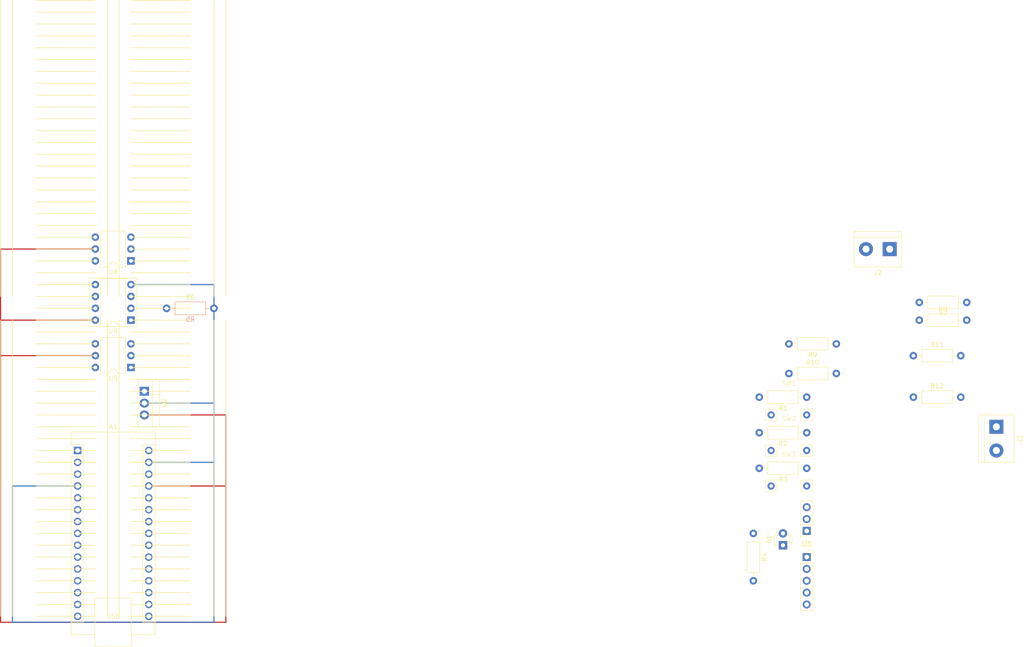
<source format=kicad_pcb>
(kicad_pcb (version 20221018) (generator pcbnew)
  (layers (0 "F.Cu" mixed) (31 "B.Cu" mixed) (35 "F.Paste" user) (37 "F.SilkS" user "F.Silkscreen") (39 "F.Mask" user) (44 "Edge.Cuts" user))
  (net 0 "")
  (net 1 "+5V")
  (net 2 "/MODE")
  (net 3 "/INC")
  (net 4 "/DEC")
  (net 5 "Net-(R9-Pad1)")
  (net 6 "/COUNT")
  (net 7 "Net-(R10-Pad1)")
  (net 9 "/RESET")
  (net 11 "GND")
  (net 12 "/MODE_LED")
  (net 13 "Net-(D1-A)")
  (net 14 "/RELAY")
  (net 18 "Net-(A1-D9)")
  (net 19 "Net-(A1-D10)")
  (net 20 "Net-(A1-D11)")
  (net 35 "Net-(J1-Pin_1)")
  (net 36 "/RESET_IN")
  (net 37 "/COUNT_IN")
  (net 38 "Net-(U4A--)")
  (net 39 "Net-(U4B--)")
  (net 40 "Net-(U4-Pad1)")
  (net 41 "Net-(U4-Pad7)")
  (footprint "Resistor_THT:R_Axial_DIN0207_L6.3mm_D2.5mm_P10.16mm_Horizontal" (layer "F.Cu") (at 195.58 125.73 180)
    (fp_text reference "R3" (at 5.08 -2.37) (layer "F.SilkS"))
    (fp_text value "1K")
    (fp_line (start 1.04 0) (end 1.81 0) (stroke (width 0.12)) (layer "F.SilkS"))
    (fp_line (start 1.81 -1.37) (end 1.81 1.37) (stroke (width 0.12)) (layer "F.SilkS"))
    (fp_line (start 1.81 1.37) (end 8.35 1.37) (stroke (width 0.12)) (layer "F.SilkS"))
    (fp_line (start 8.35 -1.37) (end 1.81 -1.37) (stroke (width 0.12)) (layer "F.SilkS"))
    (fp_line (start 8.35 1.37) (end 8.35 -1.37) (stroke (width 0.12)) (layer "F.SilkS"))
    (fp_line (start 9.12 0) (end 8.35 0) (stroke (width 0.12)) (layer "F.SilkS"))
    (pad "1" thru_hole circle (at 0 0 180) (size 1.6 1.6) (drill 0.8) (layers "*.Cu" "*.Mask") (net 4 "/DEC"))
    (pad "2" thru_hole oval (at 10.16 0 180) (size 1.6 1.6) (drill 0.8) (layers "*.Cu" "*.Mask") (net 11 "GND"))
  )
  (footprint "Package_DIP:DIP-8_W7.62mm_Socket" (layer "F.Cu") (at 50.79 93.97 180)
    (fp_text reference "U4" (at 3.81 -2.33) (layer "F.SilkS"))
    (fp_text value "LM358")
    (fp_line (start -1.33 -1.39) (end -1.33 9.01) (stroke (width 0.12)) (layer "F.SilkS"))
    (fp_line (start -1.33 9.01) (end 8.95 9.01) (stroke (width 0.12)) (layer "F.SilkS"))
    (fp_line (start 1.16 -1.33) (end 1.16 8.95) (stroke (width 0.12)) (layer "F.SilkS"))
    (fp_line (start 1.16 8.95) (end 6.46 8.95) (stroke (width 0.12)) (layer "F.SilkS"))
    (fp_line (start 2.81 -1.33) (end 1.16 -1.33) (stroke (width 0.12)) (layer "F.SilkS"))
    (fp_line (start 6.46 -1.33) (end 4.81 -1.33) (stroke (width 0.12)) (layer "F.SilkS"))
    (fp_line (start 6.46 8.95) (end 6.46 -1.33) (stroke (width 0.12)) (layer "F.SilkS"))
    (fp_line (start 8.95 -1.39) (end -1.33 -1.39) (stroke (width 0.12)) (layer "F.SilkS"))
    (fp_line (start 8.95 9.01) (end 8.95 -1.39) (stroke (width 0.12)) (layer "F.SilkS"))
    (fp_arc (start 4.81 -1.33) (mid 3.81 -0.33) (end 2.81 -1.33) (stroke (width 0.12)) (layer "F.SilkS"))
    (pad "1" thru_hole rect (at 0 0 180) (size 1.6 1.6) (drill 0.8) (layers "*.Cu" "*.Mask") (net 40 "Net-(U4-Pad1)"))
    (pad "2" thru_hole oval (at 0 2.54 180) (size 1.6 1.6) (drill 0.8) (layers "*.Cu" "*.Mask") (net 38 "Net-(U4A--)"))
    (pad "3" thru_hole oval (at 0 5.08 180) (size 1.6 1.6) (drill 0.8) (layers "*.Cu" "*.Mask") (net 37 "/COUNT_IN"))
    (pad "4" thru_hole oval (at 0 7.62 180) (size 1.6 1.6) (drill 0.8) (layers "*.Cu" "*.Mask") (net 11 "GND"))
    (pad "5" thru_hole oval (at 7.62 7.62 180) (size 1.6 1.6) (drill 0.8) (layers "*.Cu" "*.Mask") (net 36 "/RESET_IN"))
    (pad "6" thru_hole oval (at 7.62 5.08 180) (size 1.6 1.6) (drill 0.8) (layers "*.Cu" "*.Mask") (net 39 "Net-(U4B--)"))
    (pad "7" thru_hole oval (at 7.62 2.54 180) (size 1.6 1.6) (drill 0.8) (layers "*.Cu" "*.Mask") (net 41 "Net-(U4-Pad7)"))
    (pad "8" thru_hole oval (at 7.62 0 180) (size 1.6 1.6) (drill 0.8) (layers "*.Cu" "*.Mask") (net 1 "+5V"))
  )
  (footprint "Package_DIP:DIP-6_W7.62mm" (layer "F.Cu") (at 50.79 104.125 180)
    (fp_text reference "U5" (at 3.81 -2.33) (layer "F.SilkS"))
    (fp_text value "4N35")
    (fp_line (start 1.16 -1.33) (end 1.16 6.41) (stroke (width 0.12)) (layer "F.SilkS"))
    (fp_line (start 1.16 6.41) (end 6.46 6.41) (stroke (width 0.12)) (layer "F.SilkS"))
    (fp_line (start 2.81 -1.33) (end 1.16 -1.33) (stroke (width 0.12)) (layer "F.SilkS"))
    (fp_line (start 6.46 -1.33) (end 4.81 -1.33) (stroke (width 0.12)) (layer "F.SilkS"))
    (fp_line (start 6.46 6.41) (end 6.46 -1.33) (stroke (width 0.12)) (layer "F.SilkS"))
    (fp_arc (start 4.81 -1.33) (mid 3.81 -0.33) (end 2.81 -1.33) (stroke (width 0.12)) (layer "F.SilkS"))
    (pad "1" thru_hole rect (at 0 0 180) (size 1.6 1.6) (drill 0.8) (layers "*.Cu" "*.Mask") (net 40 "Net-(U4-Pad1)"))
    (pad "2" thru_hole oval (at 0 2.54 180) (size 1.6 1.6) (drill 0.8) (layers "*.Cu" "*.Mask") (net 5 "Net-(R9-Pad1)"))
    (pad "3" thru_hole oval (at 0 5.08 180) (size 1.6 1.6) (drill 0.8) (layers "*.Cu" "*.Mask"))
    (pad "4" thru_hole oval (at 7.62 5.08 180) (size 1.6 1.6) (drill 0.8) (layers "*.Cu" "*.Mask") (net 6 "/COUNT"))
    (pad "5" thru_hole oval (at 7.62 2.54 180) (size 1.6 1.6) (drill 0.8) (layers "*.Cu" "*.Mask") (net 1 "+5V"))
    (pad "6" thru_hole oval (at 7.62 0 180) (size 1.6 1.6) (drill 0.8) (layers "*.Cu" "*.Mask"))
  )
  (footprint "Module:Arduino_Nano" (layer "F.Cu") (at 39.37 121.92)
    (fp_text reference "A1" (at 7.62 -5.08) (layer "F.SilkS"))
    (fp_text value "Arduino_Nano_v3.x")
    (fp_text user "USB" (at 7.62 35.56 unlocked) (layer "F.SilkS"))
    (fp_line (start -1.4 -3.94) (end -1.4 -1.27) (stroke (width 0.12)) (layer "F.SilkS"))
    (fp_line (start -1.4 1.27) (end -1.4 39.5) (stroke (width 0.12)) (layer "F.SilkS"))
    (fp_line (start -1.4 39.5) (end 3.68 39.5) (stroke (width 0.12)) (layer "F.SilkS"))
    (fp_line (start 1.27 -1.27) (end -1.4 -1.27) (stroke (width 0.12)) (layer "F.SilkS"))
    (fp_line (start 1.27 1.27) (end -1.4 1.27) (stroke (width 0.12)) (layer "F.SilkS"))
    (fp_line (start 1.27 1.27) (end 1.27 -1.27) (stroke (width 0.12)) (layer "F.SilkS"))
    (fp_line (start 1.27 1.27) (end 1.27 36.83) (stroke (width 0.12)) (layer "F.SilkS"))
    (fp_line (start 1.27 36.83) (end -1.4 36.83) (stroke (width 0.12)) (layer "F.SilkS"))
    (fp_line (start 3.68 31.62) (end 11.56 31.62) (stroke (width 0.12)) (layer "F.SilkS"))
    (fp_line (start 3.68 42.04) (end 3.68 31.62) (stroke (width 0.12)) (layer "F.SilkS"))
    (fp_line (start 11.56 31.62) (end 11.56 42.04) (stroke (width 0.12)) (layer "F.SilkS"))
    (fp_line (start 11.56 42.04) (end 3.68 42.04) (stroke (width 0.12)) (layer "F.SilkS"))
    (fp_line (start 13.97 -1.27) (end 13.97 36.83) (stroke (width 0.12)) (layer "F.SilkS"))
    (fp_line (start 13.97 -1.27) (end 16.64 -1.27) (stroke (width 0.12)) (layer "F.SilkS"))
    (fp_line (start 13.97 36.83) (end 16.64 36.83) (stroke (width 0.12)) (layer "F.SilkS"))
    (fp_line (start 16.64 -3.94) (end -1.4 -3.94) (stroke (width 0.12)) (layer "F.SilkS"))
    (fp_line (start 16.64 39.5) (end 11.56 39.5) (stroke (width 0.12)) (layer "F.SilkS"))
    (fp_line (start 16.64 39.5) (end 16.64 -3.94) (stroke (width 0.12)) (layer "F.SilkS"))
    (pad "1" thru_hole rect (at 0 0) (size 1.6 1.6) (drill 1) (layers "*.Cu" "*.Mask"))
    (pad "2" thru_hole oval (at 0 2.54) (size 1.6 1.6) (drill 1) (layers "*.Cu" "*.Mask"))
    (pad "3" thru_hole oval (at 0 5.08) (size 1.6 1.6) (drill 1) (layers "*.Cu" "*.Mask"))
    (pad "4" thru_hole oval (at 0 7.62) (size 1.6 1.6) (drill 1) (layers "*.Cu" "*.Mask") (net 11 "GND"))
    (pad "5" thru_hole oval (at 0 10.16) (size 1.6 1.6) (drill 1) (layers "*.Cu" "*.Mask") (net 6 "/COUNT"))
    (pad "6" thru_hole oval (at 0 12.7) (size 1.6 1.6) (drill 1) (layers "*.Cu" "*.Mask") (net 9 "/RESET"))
    (pad "7" thru_hole oval (at 0 15.24) (size 1.6 1.6) (drill 1) (layers "*.Cu" "*.Mask") (net 2 "/MODE"))
    (pad "8" thru_hole oval (at 0 17.78) (size 1.6 1.6) (drill 1) (layers "*.Cu" "*.Mask") (net 3 "/INC"))
    (pad "9" thru_hole oval (at 0 20.32) (size 1.6 1.6) (drill 1) (layers "*.Cu" "*.Mask") (net 4 "/DEC"))
    (pad "10" thru_hole oval (at 0 22.86) (size 1.6 1.6) (drill 1) (layers "*.Cu" "*.Mask") (net 14 "/RELAY"))
    (pad "11" thru_hole oval (at 0 25.4) (size 1.6 1.6) (drill 1) (layers "*.Cu" "*.Mask") (net 12 "/MODE_LED"))
    (pad "12" thru_hole oval (at 0 27.94) (size 1.6 1.6) (drill 1) (layers "*.Cu" "*.Mask") (net 18 "Net-(A1-D9)"))
    (pad "13" thru_hole oval (at 0 30.48) (size 1.6 1.6) (drill 1) (layers "*.Cu" "*.Mask") (net 19 "Net-(A1-D10)"))
    (pad "14" thru_hole oval (at 0 33.02) (size 1.6 1.6) (drill 1) (layers "*.Cu" "*.Mask") (net 20 "Net-(A1-D11)"))
    (pad "15" thru_hole oval (at 0 35.56) (size 1.6 1.6) (drill 1) (layers "*.Cu" "*.Mask"))
    (pad "16" thru_hole oval (at 15.24 35.56) (size 1.6 1.6) (drill 1) (layers "*.Cu" "*.Mask"))
    (pad "17" thru_hole oval (at 15.24 33.02) (size 1.6 1.6) (drill 1) (layers "*.Cu" "*.Mask"))
    (pad "18" thru_hole oval (at 15.24 30.48) (size 1.6 1.6) (drill 1) (layers "*.Cu" "*.Mask"))
    (pad "19" thru_hole oval (at 15.24 27.94) (size 1.6 1.6) (drill 1) (layers "*.Cu" "*.Mask"))
    (pad "20" thru_hole oval (at 15.24 25.4) (size 1.6 1.6) (drill 1) (layers "*.Cu" "*.Mask"))
    (pad "21" thru_hole oval (at 15.24 22.86) (size 1.6 1.6) (drill 1) (layers "*.Cu" "*.Mask"))
    (pad "22" thru_hole oval (at 15.24 20.32) (size 1.6 1.6) (drill 1) (layers "*.Cu" "*.Mask"))
    (pad "23" thru_hole oval (at 15.24 17.78) (size 1.6 1.6) (drill 1) (layers "*.Cu" "*.Mask"))
    (pad "24" thru_hole oval (at 15.24 15.24) (size 1.6 1.6) (drill 1) (layers "*.Cu" "*.Mask"))
    (pad "25" thru_hole oval (at 15.24 12.7) (size 1.6 1.6) (drill 1) (layers "*.Cu" "*.Mask"))
    (pad "26" thru_hole oval (at 15.24 10.16) (size 1.6 1.6) (drill 1) (layers "*.Cu" "*.Mask"))
    (pad "27" thru_hole oval (at 15.24 7.62) (size 1.6 1.6) (drill 1) (layers "*.Cu" "*.Mask") (net 1 "+5V"))
    (pad "28" thru_hole oval (at 15.24 5.08) (size 1.6 1.6) (drill 1) (layers "*.Cu" "*.Mask"))
    (pad "29" thru_hole oval (at 15.24 2.54) (size 1.6 1.6) (drill 1) (layers "*.Cu" "*.Mask") (net 11 "GND"))
    (pad "30" thru_hole oval (at 15.24 0) (size 1.6 1.6) (drill 1) (layers "*.Cu" "*.Mask"))
  )
  (footprint "TerminalBlock:TerminalBlock_bornier-2_P5.08mm" (layer "F.Cu") (at 236.22 116.84 -90)
    (fp_text reference "J1" (at 2.54 -5.08 90) (layer "F.SilkS"))
    (fp_text value "Screw_Terminal_01x02")
    (fp_line (start -2.54 -3.81) (end -2.54 3.81) (stroke (width 0.12)) (layer "F.SilkS"))
    (fp_line (start -2.54 3.81) (end 7.62 3.81) (stroke (width 0.12)) (layer "F.SilkS"))
    (fp_line (start 7.62 -3.81) (end -2.54 -3.81) (stroke (width 0.12)) (layer "F.SilkS"))
    (fp_line (start 7.62 2.54) (end -2.54 2.54) (stroke (width 0.12)) (layer "F.SilkS"))
    (fp_line (start 7.62 3.81) (end 7.62 -3.81) (stroke (width 0.12)) (layer "F.SilkS"))
    (pad "1" thru_hole rect (at 0 0 270) (size 3 3) (drill 1.52) (layers "*.Cu" "*.Mask") (net 35 "Net-(J1-Pin_1)"))
    (pad "2" thru_hole circle (at 5.08 0 270) (size 3 3) (drill 1.52) (layers "*.Cu" "*.Mask") (net 11 "GND"))
  )
  (footprint "Custom:SW Header" (layer "F.Cu") (at 191.77 121.92)
    (fp_text reference "SW2" (at 0 -6.81 unlocked) (layer "F.SilkS") (effects (font (thickness 0.1))))
    (fp_text value "INC")
    (fp_rect (start -5.08 -1.27) (end -2.54 1.27) (stroke (width 0.1)) (fill none) (layer "F.SilkS"))
    (fp_rect (start 2.54 -1.27) (end 5.08 1.27) (stroke (width 0.1)) (fill none) (layer "F.SilkS"))
    (pad "1" thru_hole circle (at -3.81 0) (size 1.524 1.524) (drill 0.762) (layers "*.Cu" "*.Mask") (net 1 "+5V"))
    (pad "2" thru_hole circle (at 3.81 0) (size 1.524 1.524) (drill 0.762) (layers "*.Cu" "*.Mask") (net 3 "/INC"))
  )
  (footprint "Resistor_THT:R_Axial_DIN0207_L6.3mm_D2.5mm_P10.16mm_Horizontal" (layer "F.Cu") (at 184.15 139.7 -90)
    (fp_text reference "R4" (at 5.08 -2.37 90) (layer "F.SilkS"))
    (fp_text value "220")
    (fp_line (start 1.04 0) (end 1.81 0) (stroke (width 0.12)) (layer "F.SilkS"))
    (fp_line (start 1.81 -1.37) (end 1.81 1.37) (stroke (width 0.12)) (layer "F.SilkS"))
    (fp_line (start 1.81 1.37) (end 8.35 1.37) (stroke (width 0.12)) (layer "F.SilkS"))
    (fp_line (start 8.35 -1.37) (end 1.81 -1.37) (stroke (width 0.12)) (layer "F.SilkS"))
    (fp_line (start 8.35 1.37) (end 8.35 -1.37) (stroke (width 0.12)) (layer "F.SilkS"))
    (fp_line (start 9.12 0) (end 8.35 0) (stroke (width 0.12)) (layer "F.SilkS"))
    (pad "1" thru_hole circle (at 0 0 270) (size 1.6 1.6) (drill 0.8) (layers "*.Cu" "*.Mask") (net 13 "Net-(D1-A)"))
    (pad "2" thru_hole oval (at 10.16 0 270) (size 1.6 1.6) (drill 0.8) (layers "*.Cu" "*.Mask") (net 11 "GND"))
  )
  (footprint "Resistor_THT:R_Axial_DIN0207_L6.3mm_D2.5mm_P10.16mm_Horizontal" (layer "F.Cu") (at 58.42 91.44)
    (fp_text reference "R6" (at 5.08 -2.37) (layer "F.SilkS"))
    (fp_text value "100")
    (fp_line (start 1.04 0) (end 1.81 0) (stroke (width 0.12)) (layer "F.SilkS"))
    (fp_line (start 1.81 -1.37) (end 1.81 1.37) (stroke (width 0.12)) (layer "F.SilkS"))
    (fp_line (start 1.81 1.37) (end 8.35 1.37) (stroke (width 0.12)) (layer "F.SilkS"))
    (fp_line (start 8.35 -1.37) (end 1.81 -1.37) (stroke (width 0.12)) (layer "F.SilkS"))
    (fp_line (start 8.35 1.37) (end 8.35 -1.37) (stroke (width 0.12)) (layer "F.SilkS"))
    (fp_line (start 9.12 0) (end 8.35 0) (stroke (width 0.12)) (layer "F.SilkS"))
    (pad "1" thru_hole circle (at 0 0) (size 1.6 1.6) (drill 0.8) (layers "*.Cu" "*.Mask") (net 38 "Net-(U4A--)"))
    (pad "2" thru_hole oval (at 10.16 0) (size 1.6 1.6) (drill 0.8) (layers "*.Cu" "*.Mask") (net 11 "GND"))
  )
  (footprint "Resistor_THT:R_Axial_DIN0207_L6.3mm_D2.5mm_P10.16mm_Horizontal" (layer "F.Cu") (at 219.71 93.98)
    (fp_text reference "R8" (at 5.08 -2.37) (layer "F.SilkS"))
    (fp_text value "100")
    (fp_line (start 1.04 0) (end 1.81 0) (stroke (width 0.12)) (layer "F.SilkS"))
    (fp_line (start 1.81 -1.37) (end 1.81 1.37) (stroke (width 0.12)) (layer "F.SilkS"))
    (fp_line (start 1.81 1.37) (end 8.35 1.37) (stroke (width 0.12)) (layer "F.SilkS"))
    (fp_line (start 8.35 -1.37) (end 1.81 -1.37) (stroke (width 0.12)) (layer "F.SilkS"))
    (fp_line (start 8.35 1.37) (end 8.35 -1.37) (stroke (width 0.12)) (layer "F.SilkS"))
    (fp_line (start 9.12 0) (end 8.35 0) (stroke (width 0.12)) (layer "F.SilkS"))
    (pad "1" thru_hole circle (at 0 0) (size 1.6 1.6) (drill 0.8) (layers "*.Cu" "*.Mask") (net 39 "Net-(U4B--)"))
    (pad "2" thru_hole oval (at 10.16 0) (size 1.6 1.6) (drill 0.8) (layers "*.Cu" "*.Mask") (net 11 "GND"))
  )
  (footprint "LED_THT:LED_D3.0mm" (layer "F.Cu") (at 190.5 142.24 90)
    (fp_text reference "D1" (at 1.27 -2.96 90) (layer "F.SilkS"))
    (fp_text value "LED")
    (fp_line (start -0.29 -1.236) (end -0.29 -1.08) (stroke (width 0.12)) (layer "F.SilkS"))
    (fp_line (start -0.29 1.08) (end -0.29 1.236) (stroke (width 0.12)) (layer "F.SilkS"))
    (fp_arc (start -0.29 -1.235516) (mid 1.366487 -1.987659) (end 2.942335 -1.078608) (stroke (width 0.12)) (layer "F.SilkS"))
    (fp_arc (start 0.229039 -1.08) (mid 1.270117 -1.5) (end 2.31113 -1.079837) (stroke (width 0.12)) (layer "F.SilkS"))
    (fp_arc (start 2.31113 1.079837) (mid 1.270117 1.5) (end 0.229039 1.08) (stroke (width 0.12)) (layer "F.SilkS"))
    (fp_arc (start 2.942335 1.078608) (mid 1.366487 1.987659) (end -0.29 1.235516) (stroke (width 0.12)) (layer "F.SilkS"))
    (pad "1" thru_hole rect (at 0 0 90) (size 1.8 1.8) (drill 0.9) (layers "*.Cu" "*.Mask") (net 12 "/MODE_LED"))
    (pad "2" thru_hole circle (at 2.54 0 90) (size 1.8 1.8) (drill 0.9) (layers "*.Cu" "*.Mask") (net 13 "Net-(D1-A)"))
  )
  (footprint "Resistor_THT:R_Axial_DIN0207_L6.3mm_D2.5mm_P10.16mm_Horizontal" (layer "F.Cu") (at 201.93 99.06 180)
    (fp_text reference "R9" (at 5.08 -2.37) (layer "F.SilkS"))
    (fp_text value "220")
    (fp_line (start 1.04 0) (end 1.81 0) (stroke (width 0.12)) (layer "F.SilkS"))
    (fp_line (start 1.81 -1.37) (end 1.81 1.37) (stroke (width 0.12)) (layer "F.SilkS"))
    (fp_line (start 1.81 1.37) (end 8.35 1.37) (stroke (width 0.12)) (layer "F.SilkS"))
    (fp_line (start 8.35 -1.37) (end 1.81 -1.37) (stroke (width 0.12)) (layer "F.SilkS"))
    (fp_line (start 8.35 1.37) (end 8.35 -1.37) (stroke (width 0.12)) (layer "F.SilkS"))
    (fp_line (start 9.12 0) (end 8.35 0) (stroke (width 0.12)) (layer "F.SilkS"))
    (pad "1" thru_hole circle (at 0 0 180) (size 1.6 1.6) (drill 0.8) (layers "*.Cu" "*.Mask") (net 5 "Net-(R9-Pad1)"))
    (pad "2" thru_hole oval (at 10.16 0 180) (size 1.6 1.6) (drill 0.8) (layers "*.Cu" "*.Mask") (net 11 "GND"))
  )
  (footprint "Resistor_THT:R_Axial_DIN0207_L6.3mm_D2.5mm_P10.16mm_Horizontal" (layer "F.Cu") (at 195.58 110.49 180)
    (fp_text reference "R1" (at 5.08 -2.37) (layer "F.SilkS"))
    (fp_text value "1K")
    (fp_line (start 1.04 0) (end 1.81 0) (stroke (width 0.12)) (layer "F.SilkS"))
    (fp_line (start 1.81 -1.37) (end 1.81 1.37) (stroke (width 0.12)) (layer "F.SilkS"))
    (fp_line (start 1.81 1.37) (end 8.35 1.37) (stroke (width 0.12)) (layer "F.SilkS"))
    (fp_line (start 8.35 -1.37) (end 1.81 -1.37) (stroke (width 0.12)) (layer "F.SilkS"))
    (fp_line (start 8.35 1.37) (end 8.35 -1.37) (stroke (width 0.12)) (layer "F.SilkS"))
    (fp_line (start 9.12 0) (end 8.35 0) (stroke (width 0.12)) (layer "F.SilkS"))
    (pad "1" thru_hole circle (at 0 0 180) (size 1.6 1.6) (drill 0.8) (layers "*.Cu" "*.Mask") (net 2 "/MODE"))
    (pad "2" thru_hole oval (at 10.16 0 180) (size 1.6 1.6) (drill 0.8) (layers "*.Cu" "*.Mask") (net 11 "GND"))
  )
  (footprint "Resistor_THT:R_Axial_DIN0207_L6.3mm_D2.5mm_P10.16mm_Horizontal" (layer "F.Cu") (at 218.44 110.49)
    (fp_text reference "R12" (at 5.08 -2.37) (layer "F.SilkS"))
    (fp_text value "10k")
    (fp_line (start 1.04 0) (end 1.81 0) (stroke (width 0.12)) (layer "F.SilkS"))
    (fp_line (start 1.81 -1.37) (end 1.81 1.37) (stroke (width 0.12)) (layer "F.SilkS"))
    (fp_line (start 1.81 1.37) (end 8.35 1.37) (stroke (width 0.12)) (layer "F.SilkS"))
    (fp_line (start 8.35 -1.37) (end 1.81 -1.37) (stroke (width 0.12)) (layer "F.SilkS"))
    (fp_line (start 8.35 1.37) (end 8.35 -1.37) (stroke (width 0.12)) (layer "F.SilkS"))
    (fp_line (start 9.12 0) (end 8.35 0) (stroke (width 0.12)) (layer "F.SilkS"))
    (pad "1" thru_hole circle (at 0 0) (size 1.6 1.6) (drill 0.8) (layers "*.Cu" "*.Mask") (net 9 "/RESET"))
    (pad "2" thru_hole oval (at 10.16 0) (size 1.6 1.6) (drill 0.8) (layers "*.Cu" "*.Mask") (net 11 "GND"))
  )
  (footprint "Package_DIP:DIP-6_W7.62mm" (layer "F.Cu") (at 50.79 81.265 180)
    (fp_text reference "U6" (at 3.81 -2.33) (layer "F.SilkS"))
    (fp_text value "4N35")
    (fp_line (start 1.16 -1.33) (end 1.16 6.41) (stroke (width 0.12)) (layer "F.SilkS"))
    (fp_line (start 1.16 6.41) (end 6.46 6.41) (stroke (width 0.12)) (layer "F.SilkS"))
    (fp_line (start 2.81 -1.33) (end 1.16 -1.33) (stroke (width 0.12)) (layer "F.SilkS"))
    (fp_line (start 6.46 -1.33) (end 4.81 -1.33) (stroke (width 0.12)) (layer "F.SilkS"))
    (fp_line (start 6.46 6.41) (end 6.46 -1.33) (stroke (width 0.12)) (layer "F.SilkS"))
    (fp_arc (start 4.81 -1.33) (mid 3.81 -0.33) (end 2.81 -1.33) (stroke (width 0.12)) (layer "F.SilkS"))
    (pad "1" thru_hole rect (at 0 0 180) (size 1.6 1.6) (drill 0.8) (layers "*.Cu" "*.Mask") (net 41 "Net-(U4-Pad7)"))
    (pad "2" thru_hole oval (at 0 2.54 180) (size 1.6 1.6) (drill 0.8) (layers "*.Cu" "*.Mask") (net 7 "Net-(R10-Pad1)"))
    (pad "3" thru_hole oval (at 0 5.08 180) (size 1.6 1.6) (drill 0.8) (layers "*.Cu" "*.Mask"))
    (pad "4" thru_hole oval (at 7.62 5.08 180) (size 1.6 1.6) (drill 0.8) (layers "*.Cu" "*.Mask") (net 9 "/RESET"))
    (pad "5" thru_hole oval (at 7.62 2.54 180) (size 1.6 1.6) (drill 0.8) (layers "*.Cu" "*.Mask") (net 1 "+5V"))
    (pad "6" thru_hole oval (at 7.62 0 180) (size 1.6 1.6) (drill 0.8) (layers "*.Cu" "*.Mask"))
  )
  (footprint "Resistor_THT:R_Axial_DIN0207_L6.3mm_D2.5mm_P10.16mm_Horizontal" (layer "F.Cu") (at 191.77 105.41)
    (fp_text reference "R10" (at 5.08 -2.37) (layer "F.SilkS"))
    (fp_text value "220")
    (fp_line (start 1.04 0) (end 1.81 0) (stroke (width 0.12)) (layer "F.SilkS"))
    (fp_line (start 1.81 -1.37) (end 1.81 1.37) (stroke (width 0.12)) (layer "F.SilkS"))
    (fp_line (start 1.81 1.37) (end 8.35 1.37) (stroke (width 0.12)) (layer "F.SilkS"))
    (fp_line (start 8.35 -1.37) (end 1.81 -1.37) (stroke (width 0.12)) (layer "F.SilkS"))
    (fp_line (start 8.35 1.37) (end 8.35 -1.37) (stroke (width 0.12)) (layer "F.SilkS"))
    (fp_line (start 9.12 0) (end 8.35 0) (stroke (width 0.12)) (layer "F.SilkS"))
    (pad "1" thru_hole circle (at 0 0) (size 1.6 1.6) (drill 0.8) (layers "*.Cu" "*.Mask") (net 7 "Net-(R10-Pad1)"))
    (pad "2" thru_hole oval (at 10.16 0) (size 1.6 1.6) (drill 0.8) (layers "*.Cu" "*.Mask") (net 11 "GND"))
  )
  (footprint "TerminalBlock:TerminalBlock_bornier-2_P5.08mm" (layer "F.Cu") (at 213.36 78.74 180)
    (fp_text reference "J2" (at 2.54 -5.08) (layer "F.SilkS"))
    (fp_text value "Screw_Terminal_01x02")
    (fp_line (start -2.54 -3.81) (end -2.54 3.81) (stroke (width 0.12)) (layer "F.SilkS"))
    (fp_line (start -2.54 3.81) (end 7.62 3.81) (stroke (width 0.12)) (layer "F.SilkS"))
    (fp_line (start 7.62 -3.81) (end -2.54 -3.81) (stroke (width 0.12)) (layer "F.SilkS"))
    (fp_line (start 7.62 2.54) (end -2.54 2.54) (stroke (width 0.12)) (layer "F.SilkS"))
    (fp_line (start 7.62 3.81) (end 7.62 -3.81) (stroke (width 0.12)) (layer "F.SilkS"))
    (pad "1" thru_hole rect (at 0 0 180) (size 3 3) (drill 1.52) (layers "*.Cu" "*.Mask") (net 36 "/RESET_IN"))
    (pad "2" thru_hole circle (at 5.08 0 180) (size 3 3) (drill 1.52) (layers "*.Cu" "*.Mask") (net 37 "/COUNT_IN"))
  )
  (footprint "Package_TO_SOT_THT:TO-220-3_Vertical" (layer "F.Cu") (at 53.665 109.22 -90)
    (fp_text reference "U2" (at 2.54 -4.27 90) (layer "F.SilkS"))
    (fp_text value "L7805")
    (fp_line (start -2.58 -3.27) (end -2.58 1.371) (stroke (width 0.12)) (layer "F.SilkS"))
    (fp_line (start -2.58 -3.27) (end 7.66 -3.27) (stroke (width 0.12)) (layer "F.SilkS"))
    (fp_line (start -2.58 -1.76) (end 7.66 -1.76) (stroke (width 0.12)) (layer "F.SilkS"))
    (fp_line (start -2.58 1.371) (end 7.66 1.371) (stroke (width 0.12)) (layer "F.SilkS"))
    (fp_line (start 0.69 -3.27) (end 0.69 -1.76) (stroke (width 0.12)) (layer "F.SilkS"))
    (fp_line (start 4.391 -3.27) (end 4.391 -1.76) (stroke (width 0.12)) (layer "F.SilkS"))
    (fp_line (start 7.66 -3.27) (end 7.66 1.371) (stroke (width 0.12)) (layer "F.SilkS"))
    (pad "1" thru_hole rect (at 0 0 270) (size 1.905 2) (drill 1.1) (layers "*.Cu" "*.Mask") (net 35 "Net-(J1-Pin_1)"))
    (pad "2" thru_hole oval (at 2.54 0 270) (size 1.905 2) (drill 1.1) (layers "*.Cu" "*.Mask") (net 11 "GND"))
    (pad "3" thru_hole oval (at 5.08 0 270) (size 1.905 2) (drill 1.1) (layers "*.Cu" "*.Mask") (net 1 "+5V"))
  )
  (footprint "Resistor_THT:R_Axial_DIN0207_L6.3mm_D2.5mm_P10.16mm_Horizontal" (layer "F.Cu") (at 218.44 101.6)
    (fp_text reference "R11" (at 5.08 -2.37) (layer "F.SilkS"))
    (fp_text value "10k")
    (fp_line (start 1.04 0) (end 1.81 0) (stroke (width 0.12)) (layer "F.SilkS"))
    (fp_line (start 1.81 -1.37) (end 1.81 1.37) (stroke (width 0.12)) (layer "F.SilkS"))
    (fp_line (start 1.81 1.37) (end 8.35 1.37) (stroke (width 0.12)) (layer "F.SilkS"))
    (fp_line (start 8.35 -1.37) (end 1.81 -1.37) (stroke (width 0.12)) (layer "F.SilkS"))
    (fp_line (start 8.35 1.37) (end 8.35 -1.37) (stroke (width 0.12)) (layer "F.SilkS"))
    (fp_line (start 9.12 0) (end 8.35 0) (stroke (width 0.12)) (layer "F.SilkS"))
    (pad "1" thru_hole circle (at 0 0) (size 1.6 1.6) (drill 0.8) (layers "*.Cu" "*.Mask") (net 6 "/COUNT"))
    (pad "2" thru_hole oval (at 10.16 0) (size 1.6 1.6) (drill 0.8) (layers "*.Cu" "*.Mask") (net 11 "GND"))
  )
  (footprint "Custom:SW Header" (layer "F.Cu") (at 191.77 129.54)
    (fp_text reference "SW3" (at 0 -6.81 unlocked) (layer "F.SilkS") (effects (font (thickness 0.1))))
    (fp_text value "DEC")
    (fp_rect (start -5.08 -1.27) (end -2.54 1.27) (stroke (width 0.1)) (fill none) (layer "F.SilkS"))
    (fp_rect (start 2.54 -1.27) (end 5.08 1.27) (stroke (width 0.1)) (fill none) (layer "F.SilkS"))
    (pad "1" thru_hole circle (at -3.81 0) (size 1.524 1.524) (drill 0.762) (layers "*.Cu" "*.Mask") (net 1 "+5V"))
    (pad "2" thru_hole circle (at 3.81 0) (size 1.524 1.524) (drill 0.762) (layers "*.Cu" "*.Mask") (net 4 "/DEC"))
  )
  (footprint "Resistor_THT:R_Axial_DIN0207_L6.3mm_D2.5mm_P10.16mm_Horizontal" (layer "F.Cu") (at 229.87 90.17 180)
    (fp_text reference "R7" (at 5.08 -2.37) (layer "F.SilkS"))
    (fp_text value "10k")
    (fp_line (start 1.04 0) (end 1.81 0) (stroke (width 0.12)) (layer "F.SilkS"))
    (fp_line (start 1.81 -1.37) (end 1.81 1.37) (stroke (width 0.12)) (layer "F.SilkS"))
    (fp_line (start 1.81 1.37) (end 8.35 1.37) (stroke (width 0.12)) (layer "F.SilkS"))
    (fp_line (start 8.35 -1.37) (end 1.81 -1.37) (stroke (width 0.12)) (layer "F.SilkS"))
    (fp_line (start 8.35 1.37) (end 8.35 -1.37) (stroke (width 0.12)) (layer "F.SilkS"))
    (fp_line (start 9.12 0) (end 8.35 0) (stroke (width 0.12)) (layer "F.SilkS"))
    (pad "1" thru_hole circle (at 0 0 180) (size 1.6 1.6) (drill 0.8) (layers "*.Cu" "*.Mask") (net 1 "+5V"))
    (pad "2" thru_hole oval (at 10.16 0 180) (size 1.6 1.6) (drill 0.8) (layers "*.Cu" "*.Mask") (net 39 "Net-(U4B--)"))
  )
  (footprint "Resistor_THT:R_Axial_DIN0207_L6.3mm_D2.5mm_P10.16mm_Horizontal" (layer "F.Cu") (at 195.58 118.11 180)
    (fp_text reference "R2" (at 5.08 -2.37) (layer "F.SilkS"))
    (fp_text value "1K")
    (fp_line (start 1.04 0) (end 1.81 0) (stroke (width 0.12)) (layer "F.SilkS"))
    (fp_line (start 1.81 -1.37) (end 1.81 1.37) (stroke (width 0.12)) (layer "F.SilkS"))
    (fp_line (start 1.81 1.37) (end 8.35 1.37) (stroke (width 0.12)) (layer "F.SilkS"))
    (fp_line (start 8.35 -1.37) (end 1.81 -1.37) (stroke (width 0.12)) (layer "F.SilkS"))
    (fp_line (start 8.35 1.37) (end 8.35 -1.37) (stroke (width 0.12)) (layer "F.SilkS"))
    (fp_line (start 9.12 0) (end 8.35 0) (stroke (width 0.12)) (layer "F.SilkS"))
    (pad "1" thru_hole circle (at 0 0 180) (size 1.6 1.6) (drill 0.8) (layers "*.Cu" "*.Mask") (net 3 "/INC"))
    (pad "2" thru_hole oval (at 10.16 0 180) (size 1.6 1.6) (drill 0.8) (layers "*.Cu" "*.Mask") (net 11 "GND"))
  )
  (footprint "Custom:SW Header" (layer "F.Cu") (at 191.77 114.3)
    (fp_text reference "SW1" (at 0 -6.81 unlocked) (layer "F.SilkS") (effects (font (thickness 0.1))))
    (fp_text value "MODE")
    (fp_rect (start -5.08 -1.27) (end -2.54 1.27) (stroke (width 0.1)) (fill none) (layer "F.SilkS"))
    (fp_rect (start 2.54 -1.27) (end 5.08 1.27) (stroke (width 0.1)) (fill none) (layer "F.SilkS"))
    (pad "1" thru_hole circle (at -3.81 0) (size 1.524 1.524) (drill 0.762) (layers "*.Cu" "*.Mask") (net 1 "+5V"))
    (pad "2" thru_hole circle (at 3.81 0) (size 1.524 1.524) (drill 0.762) (layers "*.Cu" "*.Mask") (net 2 "/MODE"))
  )
  (footprint "Connector_PinSocket_2.54mm:PinSocket_1x05_P2.54mm_Vertical" (layer "F.Cu") (at 195.58 144.78)
    (fp_text reference "U1" (at 0 -2.77) (layer "F.SilkS"))
    (fp_text value "~")
    (fp_line (start -1.33 1.27) (end -1.33 11.49) (stroke (width 0.12)) (layer "F.SilkS"))
    (fp_line (start -1.33 1.27) (end 1.33 1.27) (stroke (width 0.12)) (layer "F.SilkS"))
    (fp_line (start -1.33 11.49) (end 1.33 11.49) (stroke (width 0.12)) (layer "F.SilkS"))
    (fp_line (start 0 -1.33) (end 1.33 -1.33) (stroke (width 0.12)) (layer "F.SilkS"))
    (fp_line (start 1.33 -1.33) (end 1.33 0) (stroke (width 0.12)) (layer "F.SilkS"))
    (fp_line (start 1.33 1.27) (end 1.33 11.49) (stroke (width 0.12)) (layer "F.SilkS"))
    (pad "1" thru_hole rect (at 0 0) (size 1.7 1.7) (drill 1) (layers "*.Cu" "*.Mask") (net 1 "+5V"))
    (pad "2" thru_hole oval (at 0 2.54) (size 1.7 1.7) (drill 1) (layers "*.Cu" "*.Mask") (net 11 "GND"))
    (pad "3" thru_hole oval (at 0 5.08) (size 1.7 1.7) (drill 1) (layers "*.Cu" "*.Mask") (net 18 "Net-(A1-D9)"))
    (pad "4" thru_hole oval (at 0 7.62) (size 1.7 1.7) (drill 1) (layers "*.Cu" "*.Mask") (net 19 "Net-(A1-D10)"))
    (pad "5" thru_hole oval (at 0 10.16) (size 1.7 1.7) (drill 1) (layers "*.Cu" "*.Mask") (net 20 "Net-(A1-D11)"))
  )
  (footprint "Connector_PinSocket_2.54mm:PinSocket_1x03_P2.54mm_Vertical" (layer "F.Cu") (at 195.58 139.165 180)
    (fp_text reference "U3" (at 0 -2.77) (layer "F.SilkS"))
    (fp_text value "~")
    (fp_line (start -1.33 1.27) (end -1.33 6.41) (stroke (width 0.12)) (layer "F.SilkS"))
    (fp_line (start -1.33 1.27) (end 1.33 1.27) (stroke (width 0.12)) (layer "F.SilkS"))
    (fp_line (start -1.33 6.41) (end 1.33 6.41) (stroke (width 0.12)) (layer "F.SilkS"))
    (fp_line (start 0 -1.33) (end 1.33 -1.33) (stroke (width 0.12)) (layer "F.SilkS"))
    (fp_line (start 1.33 -1.33) (end 1.33 0) (stroke (width 0.12)) (layer "F.SilkS"))
    (fp_line (start 1.33 1.27) (end 1.33 6.41) (stroke (width 0.12)) (layer "F.SilkS"))
    (pad "1" thru_hole rect (at 0 0 180) (size 1.7 1.7) (drill 1) (layers "*.Cu" "*.Mask") (net 14 "/RELAY"))
    (pad "2" thru_hole oval (at 0 2.54 180) (size 1.7 1.7) (drill 1) (layers "*.Cu" "*.Mask") (net 11 "GND"))
    (pad "3" thru_hole oval (at 0 5.08 180) (size 1.7 1.7) (drill 1) (layers "*.Cu" "*.Mask") (net 1 "+5V"))
  )
  (footprint "Resistor_THT:R_Axial_DIN0207_L6.3mm_D2.5mm_P10.16mm_Horizontal" (layer "B.Cu") (at 58.42 91.44)
    (fp_text reference "R5" (at 5.08 2.37) (layer "B.SilkS") (effects (justify mirror)))
    (fp_text value "10k")
    (fp_line (start 1.04 0) (end 1.81 0) (stroke (width 0.12)) (layer "B.SilkS"))
    (fp_line (start 1.81 -1.37) (end 8.35 -1.37) (stroke (width 0.12)) (layer "B.SilkS"))
    (fp_line (start 1.81 1.37) (end 1.81 -1.37) (stroke (width 0.12)) (layer "B.SilkS"))
    (fp_line (start 8.35 -1.37) (end 8.35 1.37) (stroke (width 0.12)) (layer "B.SilkS"))
    (fp_line (start 8.35 1.37) (end 1.81 1.37) (stroke (width 0.12)) (layer "B.SilkS"))
    (fp_line (start 9.12 0) (end 8.35 0) (stroke (width 0.12)) (layer "B.SilkS"))
    (pad "1" thru_hole circle (at 0 0) (size 1.6 1.6) (drill 0.8) (layers "*.Cu" "*.Mask") (net 1 "+5V"))
    (pad "2" thru_hole oval (at 10.16 0) (size 1.6 1.6) (drill 0.8) (layers "*.Cu" "*.Mask") (net 38 "Net-(U4A--)"))
  )
  (gr_line (start 30.48 147.32) (end 43.18 147.32) (stroke (width 0.15)) (layer "F.SilkS"))
  (gr_line (start 30.48 144.78) (end 43.18 144.78) (stroke (width 0.15)) (layer "F.SilkS"))
  (gr_line (start 63.5 66.04) (end 50.8 66.04) (stroke (width 0.15)) (layer "F.SilkS"))
  (gr_line (start 50.8 55.88) (end 63.5 55.88) (stroke (width 0.15)) (layer "F.SilkS"))
  (gr_line (start 63.5 104.14) (end 50.8 104.14) (stroke (width 0.15)) (layer "F.SilkS"))
  (gr_line (start 43.18 35.56) (end 30.48 35.56) (stroke (width 0.15)) (layer "F.SilkS"))
  (gr_line (start 63.5 40.64) (end 50.8 40.64) (stroke (width 0.15)) (layer "F.SilkS"))
  (gr_line (start 43.18 129.54) (end 30.48 129.54) (stroke (width 0.15)) (layer "F.SilkS"))
  (gr_line (start 50.8 88.9) (end 63.5 88.9) (stroke (width 0.15)) (layer "F.SilkS"))
  (gr_line (start 63.5 91.44) (end 50.8 91.44) (stroke (width 0.15)) (layer "F.SilkS"))
  (gr_line (start 63.5 137.16) (end 50.8 137.16) (stroke (width 0.15)) (layer "F.SilkS"))
  (gr_line (start 30.48 71.12) (end 43.18 71.12) (stroke (width 0.15)) (layer "F.SilkS"))
  (gr_line (start 50.8 38.1) (end 63.5 38.1) (stroke (width 0.15)) (layer "F.SilkS"))
  (gr_line (start 50.8 139.7) (end 63.5 139.7) (stroke (width 0.15)) (layer "F.SilkS"))
  (gr_line (start 48.26 25.4) (end 48.26 88.9) (stroke (width 0.15)) (layer "F.SilkS"))
  (gr_line (start 50.8 96.52) (end 63.5 96.52) (stroke (width 0.15)) (layer "F.SilkS"))
  (gr_line (start 30.48 139.7) (end 43.18 139.7) (stroke (width 0.15)) (layer "F.SilkS"))
  (gr_line (start 63.5 154.94) (end 50.8 154.94) (stroke (width 0.15)) (layer "F.SilkS"))
  (gr_line (start 30.48 119.38) (end 43.18 119.38) (stroke (width 0.15)) (layer "F.SilkS"))
  (gr_line (start 50.8 106.68) (end 63.5 106.68) (stroke (width 0.15)) (layer "F.SilkS"))
  (gr_line (start 22.86 25.4) (end 22.86 88.9) (stroke (width 0.15)) (layer "F.SilkS"))
  (gr_line (start 50.8 93.98) (end 63.5 93.98) (stroke (width 0.15)) (layer "F.SilkS"))
  (gr_line (start 30.48 152.4) (end 43.18 152.4) (stroke (width 0.15)) (layer "F.SilkS"))
  (gr_line (start 30.48 33.02) (end 43.18 33.02) (stroke (width 0.15)) (layer "F.SilkS"))
  (gr_line (start 30.48 88.9) (end 43.18 88.9) (stroke (width 0.15)) (layer "F.SilkS"))
  (gr_line (start 50.8 134.62) (end 63.5 134.62) (stroke (width 0.15)) (layer "F.SilkS"))
  (gr_line (start 43.18 66.04) (end 30.48 66.04) (stroke (width 0.15)) (layer "F.SilkS"))
  (gr_line (start 30.48 68.58) (end 43.18 68.58) (stroke (width 0.15)) (layer "F.SilkS"))
  (gr_line (start 30.48 114.3) (end 43.18 114.3) (stroke (width 0.15)) (layer "F.SilkS"))
  (gr_line (start 50.8 132.08) (end 63.5 132.08) (stroke (width 0.15)) (layer "F.SilkS"))
  (gr_line (start 30.48 55.88) (end 43.18 55.88) (stroke (width 0.15)) (layer "F.SilkS"))
  (gr_line (start 63.5 99.06) (end 50.8 99.06) (stroke (width 0.15)) (layer "F.SilkS"))
  (gr_line (start 30.48 45.72) (end 43.18 45.72) (stroke (width 0.15)) (layer "F.SilkS"))
  (gr_line (start 30.48 58.42) (end 43.18 58.42) (stroke (width 0.15)) (layer "F.SilkS"))
  (gr_line (start 30.48 109.22) (end 43.18 109.22) (stroke (width 0.15)) (layer "F.SilkS"))
  (gr_line (start 50.8 127) (end 63.5 127) (stroke (width 0.15)) (layer "F.SilkS"))
  (gr_line (start 50.8 121.92) (end 63.5 121.92) (stroke (width 0.15)) (layer "F.SilkS"))
  (gr_line (start 50.8 119.38) (end 63.5 119.38) (stroke (width 0.15)) (layer "F.SilkS"))
  (gr_line (start 30.48 50.8) (end 43.18 50.8) (stroke (width 0.15)) (layer "F.SilkS"))
  (gr_line (start 63.5 35.56) (end 50.8 35.56) (stroke (width 0.15)) (layer "F.SilkS"))
  (gr_line (start 30.48 106.68) (end 43.18 106.68) (stroke (width 0.15)) (layer "F.SilkS"))
  (gr_line (start 50.8 109.22) (end 63.5 109.22) (stroke (width 0.15)) (layer "F.SilkS"))
  (gr_line (start 30.48 81.28) (end 43.18 81.28) (stroke (width 0.15)) (layer "F.SilkS"))
  (gr_line (start 43.18 40.64) (end 30.48 40.64) (stroke (width 0.15)) (layer "F.SilkS"))
  (gr_line (start 45.72 25.4) (end 45.72 88.9) (stroke (width 0.15)) (layer "F.SilkS"))
  (gr_line (start 43.18 124.46) (end 30.48 124.46) (stroke (width 0.15)) (layer "F.SilkS"))
  (gr_line (start 43.18 104.14) (end 30.48 104.14) (stroke (width 0.15)) (layer "F.SilkS"))
  (gr_line (start 43.18 99.06) (end 30.48 99.06) (stroke (width 0.15)) (layer "F.SilkS"))
  (gr_line (start 63.5 129.54) (end 50.8 129.54) (stroke (width 0.15)) (layer "F.SilkS"))
  (gr_line (start 43.18 73.66) (end 30.48 73.66) (stroke (width 0.15)) (layer "F.SilkS"))
  (gr_line (start 25.4 25.4) (end 25.4 88.9) (stroke (width 0.15)) (layer "F.SilkS"))
  (gr_line (start 50.8 25.4) (end 63.5 25.4) (stroke (width 0.15)) (layer "F.SilkS"))
  (gr_line (start 43.18 48.26) (end 30.48 48.26) (stroke (width 0.15)) (layer "F.SilkS"))
  (gr_line (start 30.48 63.5) (end 43.18 63.5) (stroke (width 0.15)) (layer "F.SilkS"))
  (gr_line (start 30.48 93.98) (end 43.18 93.98) (stroke (width 0.15)) (layer "F.SilkS"))
  (gr_line (start 30.48 25.4) (end 43.18 25.4) (stroke (width 0.15)) (layer "F.SilkS"))
  (gr_line (start 50.8 114.3) (end 63.5 114.3) (stroke (width 0.15)) (layer "F.SilkS"))
  (gr_line (start 43.18 86.36) (end 30.48 86.36) (stroke (width 0.15)) (layer "F.SilkS"))
  (gr_line (start 63.5 142.24) (end 50.8 142.24) (stroke (width 0.15)) (layer "F.SilkS"))
  (gr_line (start 50.8 152.4) (end 63.5 152.4) (stroke (width 0.15)) (layer "F.SilkS"))
  (gr_line (start 48.26 93.98) (end 48.26 157.48) (stroke (width 0.15)) (layer "F.SilkS"))
  (gr_line (start 30.48 157.48) (end 43.18 157.48) (stroke (width 0.15)) (layer "F.SilkS"))
  (gr_line (start 22.86 93.98) (end 22.86 157.48) (stroke (width 0.15)) (layer "F.SilkS"))
  (gr_line (start 43.18 78.74) (end 30.48 78.74) (stroke (width 0.15)) (layer "F.SilkS"))
  (gr_line (start 25.4 93.98) (end 25.4 157.48) (stroke (width 0.15)) (layer "F.SilkS"))
  (gr_line (start 71.12 93.98) (end 71.12 157.48) (stroke (width 0.15)) (layer "F.SilkS"))
  (gr_line (start 30.48 134.62) (end 43.18 134.62) (stroke (width 0.15)) (layer "F.SilkS"))
  (gr_line (start 43.18 154.94) (end 30.48 154.94) (stroke (width 0.15)) (layer "F.SilkS"))
  (gr_line (start 50.8 30.48) (end 63.5 30.48) (stroke (width 0.15)) (layer "F.SilkS"))
  (gr_line (start 45.72 93.98) (end 45.72 157.48) (stroke (width 0.15)) (layer "F.SilkS"))
  (gr_line (start 63.5 116.84) (end 50.8 116.84) (stroke (width 0.15)) (layer "F.SilkS"))
  (gr_line (start 43.18 60.96) (end 30.48 60.96) (stroke (width 0.15)) (layer "F.SilkS"))
  (gr_line (start 63.5 73.66) (end 50.8 73.66) (stroke (width 0.15)) (layer "F.SilkS"))
  (gr_line (start 43.18 142.24) (end 30.48 142.24) (stroke (width 0.15)) (layer "F.SilkS"))
  (gr_line (start 30.48 101.6) (end 43.18 101.6) (stroke (width 0.15)) (layer "F.SilkS"))
  (gr_line (start 43.18 137.16) (end 30.48 137.16) (stroke (width 0.15)) (layer "F.SilkS"))
  (gr_line (start 43.18 91.44) (end 30.48 91.44) (stroke (width 0.15)) (layer "F.SilkS"))
  (gr_line (start 50.8 101.6) (end 63.5 101.6) (stroke (width 0.15)) (layer "F.SilkS"))
  (gr_line (start 50.8 157.48) (end 63.5 157.48) (stroke (width 0.15)) (layer "F.SilkS"))
  (gr_line (start 50.8 147.32) (end 63.5 147.32) (stroke (width 0.15)) (layer "F.SilkS"))
  (gr_line (start 50.8 71.12) (end 63.5 71.12) (stroke (width 0.15)) (layer "F.SilkS"))
  (gr_line (start 50.8 81.28) (end 63.5 81.28) (stroke (width 0.15)) (layer "F.SilkS"))
  (gr_line (start 63.5 124.46) (end 50.8 124.46) (stroke (width 0.15)) (layer "F.SilkS"))
  (gr_line (start 30.48 30.48) (end 43.18 30.48) (stroke (width 0.15)) (layer "F.SilkS"))
  (gr_line (start 50.8 50.8) (end 63.5 50.8) (stroke (width 0.15)) (layer "F.SilkS"))
  (gr_line (start 30.48 96.52) (end 43.18 96.52) (stroke (width 0.15)) (layer "F.SilkS"))
  (gr_line (start 50.8 63.5) (end 63.5 63.5) (stroke (width 0.15)) (layer "F.SilkS"))
  (gr_line (start 30.48 127) (end 43.18 127) (stroke (width 0.15)) (layer "F.SilkS"))
  (gr_line (start 50.8 76.2) (end 63.5 76.2) (stroke (width 0.15)) (layer "F.SilkS"))
  (gr_line (start 63.5 48.26) (end 50.8 48.26) (stroke (width 0.15)) (layer "F.SilkS"))
  (gr_line (start 30.48 38.1) (end 43.18 38.1) (stroke (width 0.15)) (layer "F.SilkS"))
  (gr_line (start 71.12 25.4) (end 71.12 88.9) (stroke (width 0.15)) (layer "F.SilkS"))
  (gr_line (start 50.8 43.18) (end 63.5 43.18) (stroke (width 0.15)) (layer "F.SilkS"))
  (gr_line (start 43.18 116.84) (end 30.48 116.84) (stroke (width 0.15)) (layer "F.SilkS"))
  (gr_line (start 43.18 111.76) (end 30.48 111.76) (stroke (width 0.15)) (layer "F.SilkS"))
  (gr_line (start 63.5 149.86) (end 50.8 149.86) (stroke (width 0.15)) (layer "F.SilkS"))
  (gr_line (start 63.5 53.34) (end 50.8 53.34) (stroke (width 0.15)) (layer "F.SilkS"))
  (gr_line (start 63.5 86.36) (end 50.8 86.36) (stroke (width 0.15)) (layer "F.SilkS"))
  (gr_line (start 30.48 121.92) (end 43.18 121.92) (stroke (width 0.15)) (layer "F.SilkS"))
  (gr_line (start 63.5 111.76) (end 50.8 111.76) (stroke (width 0.15)) (layer "F.SilkS"))
  (gr_line (start 30.48 132.08) (end 43.18 132.08) (stroke (width 0.15)) (layer "F.SilkS"))
  (gr_line (start 43.18 27.94) (end 30.48 27.94) (stroke (width 0.15)) (layer "F.SilkS"))
  (gr_line (start 30.48 76.2) (end 43.18 76.2) (stroke (width 0.15)) (layer "F.SilkS"))
  (gr_line (start 68.58 93.98) (end 68.58 157.48) (stroke (width 0.15)) (layer "F.SilkS"))
  (gr_line (start 30.48 43.18) (end 43.18 43.18) (stroke (width 0.15)) (layer "F.SilkS"))
  (gr_line (start 63.5 78.74) (end 50.8 78.74) (stroke (width 0.15)) (layer "F.SilkS"))
  (gr_line (start 63.5 27.94) (end 50.8 27.94) (stroke (width 0.15)) (layer "F.SilkS"))
  (gr_line (start 50.8 68.58) (end 63.5 68.58) (stroke (width 0.15)) (layer "F.SilkS"))
  (gr_line (start 50.8 33.02) (end 63.5 33.02) (stroke (width 0.15)) (layer "F.SilkS"))
  (gr_line (start 43.18 53.34) (end 30.48 53.34) (stroke (width 0.15)) (layer "F.SilkS"))
  (gr_line (start 50.8 144.78) (end 63.5 144.78) (stroke (width 0.15)) (layer "F.SilkS"))
  (gr_line (start 50.8 83.82) (end 63.5 83.82) (stroke (width 0.15)) (layer "F.SilkS"))
  (gr_line (start 43.18 149.86) (end 30.48 149.86) (stroke (width 0.15)) (layer "F.SilkS"))
  (gr_line (start 68.58 25.4) (end 68.58 88.9) (stroke (width 0.15)) (layer "F.SilkS"))
  (gr_line (start 50.8 45.72) (end 63.5 45.72) (stroke (width 0.15)) (layer "F.SilkS"))
  (gr_line (start 63.5 60.96) (end 50.8 60.96) (stroke (width 0.15)) (layer "F.SilkS"))
  (gr_line (start 30.48 83.82) (end 43.18 83.82) (stroke (width 0.15)) (layer "F.SilkS"))
  (gr_line (start 50.8 58.42) (end 63.5 58.42) (stroke (width 0.15)) (layer "F.SilkS"))
  (segment (start 22.875 101.585) (end 22.86 101.6) (width 0.25) (layer "F.Cu") (net 1))
  (segment (start 71.12 114.3) (end 71.12 129.54) (width 0.25) (layer "F.Cu") (net 1))
  (segment (start 53.665 114.3) (end 71.12 114.3) (width 0.25) (layer "F.Cu") (net 1))
  (segment (start 43.17 93.97) (end 22.87 93.97) (width 0.25) (layer "F.Cu") (net 1))
  (segment (start 71.12 158.75) (end 71.12 129.54) (width 0.25) (layer "F.Cu") (net 1))
  (segment (start 25.415 78.725) (end 25.4 78.74) (width 0.25) (layer "F.Cu") (net 1))
  (segment (start 22.86 93.98) (end 22.86 158.75) (width 0.25) (layer "F.Cu") (net 1))
  (segment (start 25.4 78.74) (end 22.86 78.74) (width 0.25) (layer "F.Cu") (net 1))
  (segment (start 43.17 78.725) (end 25.415 78.725) (width 0.25) (layer "F.Cu") (net 1))
  (segment (start 43.17 101.585) (end 22.875 101.585) (width 0.25) (layer "F.Cu") (net 1))
  (segment (start 22.86 158.75) (end 71.12 158.75) (width 0.25) (layer "F.Cu") (net 1))
  (segment (start 71.12 129.54) (end 54.61 129.54) (width 0.25) (layer "F.Cu") (net 1))
  (segment (start 22.87 93.97) (end 22.86 93.98) (width 0.25) (layer "F.Cu") (net 1))
  (segment (start 22.86 78.74) (end 22.86 93.98) (width 0.25) (layer "F.Cu") (net 1))
  (segment (start 25.4 158.75) (end 68.58 158.75) (width 0.25) (layer "B.Cu") (net 11))
  (segment (start 53.665 111.76) (end 68.58 111.76) (width 0.25) (layer "B.Cu") (net 11))
  (segment (start 50.79 86.35) (end 68.57 86.35) (width 0.25) (layer "B.Cu") (net 11))
  (segment (start 39.37 129.54) (end 25.4 129.54) (width 0.25) (layer "B.Cu") (net 11))
  (segment (start 68.58 86.36) (end 68.58 111.76) (width 0.25) (layer "B.Cu") (net 11))
  (segment (start 68.57 86.35) (end 68.58 86.36) (width 0.25) (layer "B.Cu") (net 11))
  (segment (start 68.58 111.76) (end 68.58 124.46) (width 0.25) (layer "B.Cu") (net 11))
  (segment (start 25.4 129.54) (end 25.4 158.75) (width 0.25) (layer "B.Cu") (net 11))
  (segment (start 68.58 124.46) (end 54.61 124.46) (width 0.25) (layer "B.Cu") (net 11))
  (segment (start 68.58 158.75) (end 68.58 124.46) (width 0.25) (layer "B.Cu") (net 11))
)
</source>
